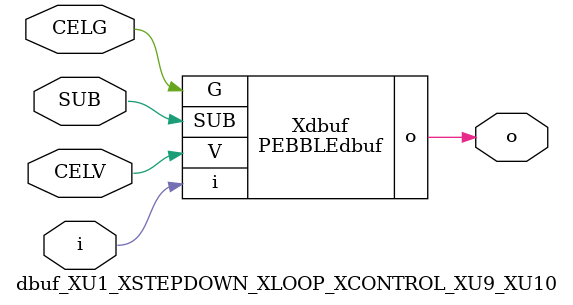
<source format=v>



module PEBBLEdbuf ( o, G, SUB, V, i );

  input V;
  input i;
  input G;
  output o;
  input SUB;
endmodule

//Celera Confidential Do Not Copy dbuf_XU1_XSTEPDOWN_XLOOP_XCONTROL_XU9_XU10
//Celera Confidential Symbol Generator
//Digital Buffer
module dbuf_XU1_XSTEPDOWN_XLOOP_XCONTROL_XU9_XU10 (CELV,CELG,i,o,SUB);
input CELV;
input CELG;
input i;
input SUB;
output o;

//Celera Confidential Do Not Copy dbuf
PEBBLEdbuf Xdbuf(
.V (CELV),
.i (i),
.o (o),
.SUB (SUB),
.G (CELG)
);
//,diesize,PEBBLEdbuf

//Celera Confidential Do Not Copy Module End
//Celera Schematic Generator
endmodule

</source>
